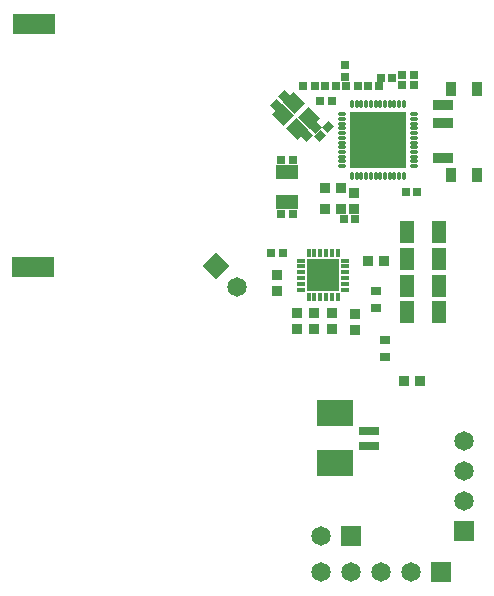
<source format=gts>
G04*
G04 #@! TF.GenerationSoftware,Altium Limited,Altium Designer,18.0.9 (584)*
G04*
G04 Layer_Color=8388736*
%FSLAX25Y25*%
%MOIN*%
G70*
G01*
G75*
%ADD39R,0.03553X0.03750*%
%ADD40R,0.03750X0.03553*%
%ADD41R,0.02962X0.02568*%
%ADD42R,0.04931X0.07293*%
%ADD43R,0.02568X0.02962*%
%ADD44R,0.03159X0.02568*%
G04:AMPARAMS|DCode=45|XSize=25.68mil|YSize=29.62mil|CornerRadius=0mil|HoleSize=0mil|Usage=FLASHONLY|Rotation=315.000|XOffset=0mil|YOffset=0mil|HoleType=Round|Shape=Rectangle|*
%AMROTATEDRECTD45*
4,1,4,-0.01955,-0.00139,0.00139,0.01955,0.01955,0.00139,-0.00139,-0.01955,-0.01955,-0.00139,0.0*
%
%ADD45ROTATEDRECTD45*%

%ADD46O,0.01387X0.03159*%
%ADD47O,0.03159X0.01387*%
%ADD48R,0.19104X0.19104*%
G04:AMPARAMS|DCode=49|XSize=53.24mil|YSize=49.31mil|CornerRadius=0mil|HoleSize=0mil|Usage=FLASHONLY|Rotation=315.000|XOffset=0mil|YOffset=0mil|HoleType=Round|Shape=Rectangle|*
%AMROTATEDRECTD49*
4,1,4,-0.03626,0.00139,-0.00139,0.03626,0.03626,-0.00139,0.00139,-0.03626,-0.03626,0.00139,0.0*
%
%ADD49ROTATEDRECTD49*%

%ADD50R,0.07687X0.04537*%
%ADD51R,0.03356X0.02962*%
%ADD52R,0.01781X0.02568*%
%ADD53R,0.10836X0.10836*%
%ADD54R,0.02568X0.01781*%
%ADD55R,0.03750X0.04537*%
%ADD56R,0.06506X0.03356*%
%ADD57R,0.14379X0.06600*%
%ADD58R,0.06899X0.02568*%
%ADD59R,0.12411X0.08868*%
%ADD60C,0.06506*%
%ADD61R,0.06506X0.06506*%
%ADD62R,0.06506X0.06506*%
%ADD63P,0.09200X4X360.0*%
%ADD64C,0.02962*%
D39*
X139862Y69587D02*
D03*
X134547D02*
D03*
X127559Y109449D02*
D03*
X122244Y109449D02*
D03*
X113247Y133976D02*
D03*
X107932D02*
D03*
X113247Y126876D02*
D03*
X107932D02*
D03*
D40*
X110433Y86811D02*
D03*
Y92126D02*
D03*
X104429Y86910D02*
D03*
Y92224D02*
D03*
X98622Y86811D02*
D03*
Y92126D02*
D03*
X117913Y86614D02*
D03*
X117913Y91929D02*
D03*
X117690Y132133D02*
D03*
Y126818D02*
D03*
X92126Y105020D02*
D03*
Y99705D02*
D03*
D41*
X89961Y112106D02*
D03*
X93898D02*
D03*
X133721Y171576D02*
D03*
X137658D02*
D03*
X118958Y167776D02*
D03*
X115021D02*
D03*
X104758D02*
D03*
X100821D02*
D03*
X110458Y162776D02*
D03*
X106521D02*
D03*
X134921Y132676D02*
D03*
X138858D02*
D03*
X133721Y168276D02*
D03*
X137658D02*
D03*
X97242Y143313D02*
D03*
X93305D02*
D03*
X97242Y125313D02*
D03*
X93305D02*
D03*
D42*
X135304Y92520D02*
D03*
X145934D02*
D03*
X135304Y101378D02*
D03*
X145934D02*
D03*
X135304Y110236D02*
D03*
X145934D02*
D03*
X135304Y119095D02*
D03*
X145934D02*
D03*
D43*
X114790Y170907D02*
D03*
Y174844D02*
D03*
D44*
X125960Y167776D02*
D03*
X122220D02*
D03*
X130460Y170576D02*
D03*
X126720D02*
D03*
X111760Y167776D02*
D03*
X108020D02*
D03*
X114220Y123476D02*
D03*
X117960D02*
D03*
D45*
X104882Y153967D02*
D03*
X102098Y151184D02*
D03*
X109082Y154167D02*
D03*
X106298Y151384D02*
D03*
X91598Y161684D02*
D03*
X94382Y164468D02*
D03*
D46*
X117028Y137966D02*
D03*
X118603D02*
D03*
X120178D02*
D03*
X121753D02*
D03*
X123328D02*
D03*
X124902D02*
D03*
X126477D02*
D03*
X128052D02*
D03*
X129627D02*
D03*
X131202D02*
D03*
X132776D02*
D03*
X134351D02*
D03*
Y161785D02*
D03*
X132776D02*
D03*
X131202D02*
D03*
X129627D02*
D03*
X128052D02*
D03*
X126477D02*
D03*
X124902D02*
D03*
X123328D02*
D03*
X121753D02*
D03*
X120178D02*
D03*
X118603D02*
D03*
X117028D02*
D03*
D47*
X137599Y141214D02*
D03*
Y142789D02*
D03*
Y144364D02*
D03*
Y145939D02*
D03*
Y147513D02*
D03*
Y149088D02*
D03*
Y150663D02*
D03*
Y152238D02*
D03*
Y153813D02*
D03*
Y155387D02*
D03*
Y156962D02*
D03*
Y158537D02*
D03*
X113780D02*
D03*
Y156962D02*
D03*
Y155387D02*
D03*
Y153813D02*
D03*
Y152238D02*
D03*
Y150663D02*
D03*
Y149088D02*
D03*
Y147513D02*
D03*
Y145939D02*
D03*
Y144364D02*
D03*
Y142789D02*
D03*
Y141214D02*
D03*
D48*
X125690Y149876D02*
D03*
D49*
X97872Y162091D02*
D03*
X93975Y158193D02*
D03*
X102605Y157358D02*
D03*
X98707Y153461D02*
D03*
D50*
X95274Y129391D02*
D03*
Y139234D02*
D03*
D51*
X128051Y77618D02*
D03*
Y83209D02*
D03*
X125098Y99449D02*
D03*
Y93858D02*
D03*
D52*
X110433Y112106D02*
D03*
X112402D02*
D03*
X108465D02*
D03*
X106496D02*
D03*
X104528D02*
D03*
X102559D02*
D03*
X102559Y97539D02*
D03*
X104528D02*
D03*
X106496D02*
D03*
X108465D02*
D03*
X110433D02*
D03*
X112402D02*
D03*
D53*
X107480Y104823D02*
D03*
D54*
X100197Y109744D02*
D03*
Y107776D02*
D03*
Y105807D02*
D03*
Y103839D02*
D03*
Y101870D02*
D03*
Y99902D02*
D03*
X114764D02*
D03*
Y101870D02*
D03*
Y103839D02*
D03*
Y105807D02*
D03*
Y107776D02*
D03*
Y109744D02*
D03*
D55*
X149902Y138287D02*
D03*
X158563D02*
D03*
X149902Y167028D02*
D03*
X158563D02*
D03*
D56*
X147343Y155610D02*
D03*
Y161516D02*
D03*
Y143799D02*
D03*
D57*
X11024Y188484D02*
D03*
X10827Y107579D02*
D03*
D58*
X122835Y52953D02*
D03*
Y48031D02*
D03*
D59*
X111417Y58858D02*
D03*
Y42126D02*
D03*
D60*
X106595Y5906D02*
D03*
X116595D02*
D03*
X126594D02*
D03*
X136594D02*
D03*
X106595Y17913D02*
D03*
X154331Y29606D02*
D03*
Y39606D02*
D03*
Y49606D02*
D03*
X78839Y100886D02*
D03*
D61*
X146595Y5906D02*
D03*
X116595Y17913D02*
D03*
D62*
X154331Y19606D02*
D03*
D63*
X71767Y107957D02*
D03*
D64*
X103937Y101279D02*
D03*
Y108366D02*
D03*
X111024D02*
D03*
X107480Y104823D02*
D03*
X111024Y101279D02*
D03*
M02*

</source>
